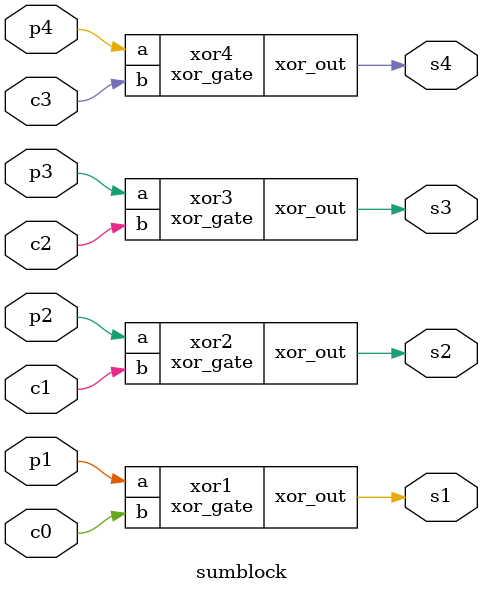
<source format=v>
module xor_gate(
    input a, b,
    output xor_out
);
    wire n1, n2, n3;
    nand(n1, a, b);
    nand(n2, a, n1);
    nand(n3, b, n1);
    nand(xor_out, n2, n3);
endmodule

module sumblock(
    input p1, p2, p3, p4,
    input c0, c1, c2, c3,
    output s1, s2, s3, s4
);
    xor_gate xor1(p1, c0, s1);
    xor_gate xor2(p2, c1, s2);
    xor_gate xor3(p3, c2, s3);
    xor_gate xor4(p4, c3, s4);
endmodule
</source>
